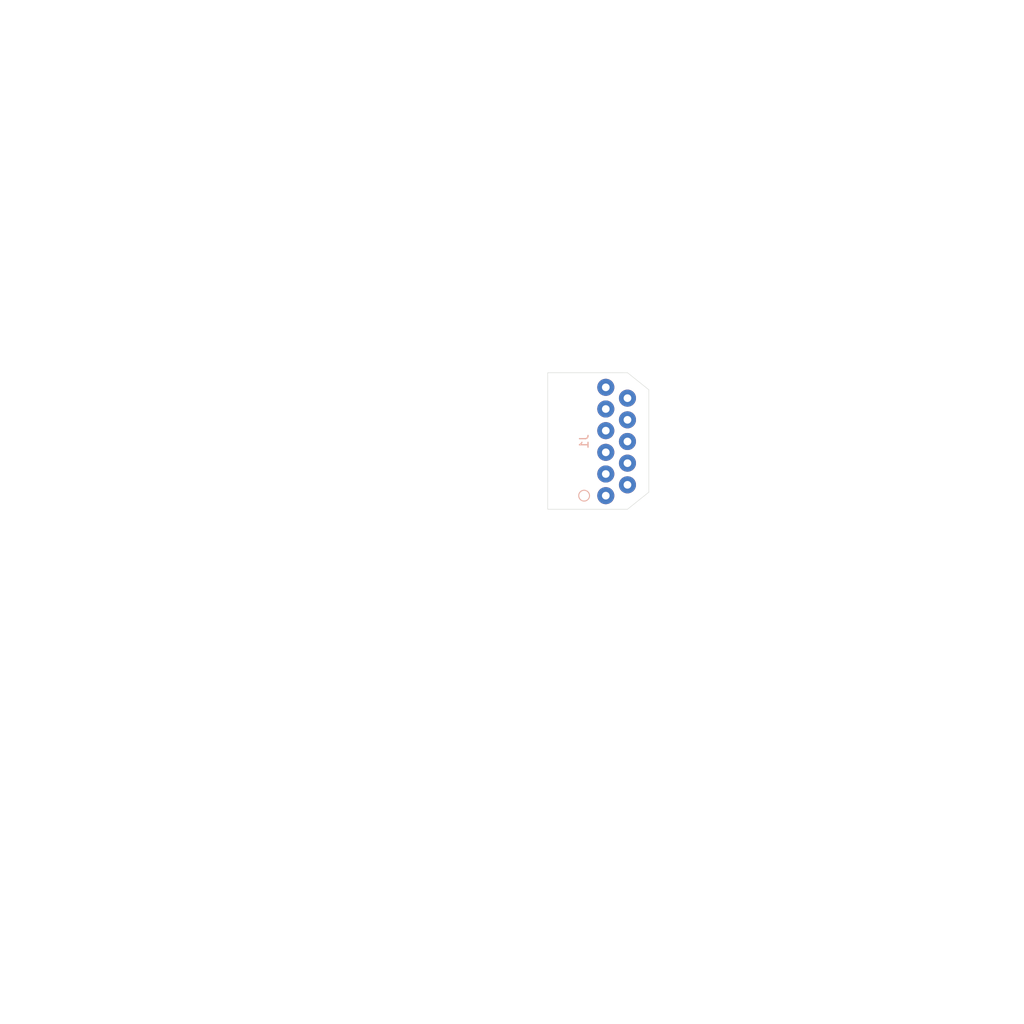
<source format=kicad_pcb>
(kicad_pcb (version 20171130) (host pcbnew "(5.1.10)-1")

  (general
    (thickness 2)
    (drawings 100)
    (tracks 0)
    (zones 0)
    (modules 1)
    (nets 1)
  )

  (page A4)
  (layers
    (0 F.Cu signal)
    (31 B.Cu signal)
    (32 B.Adhes user hide)
    (33 F.Adhes user hide)
    (34 B.Paste user hide)
    (35 F.Paste user hide)
    (36 B.SilkS user hide)
    (37 F.SilkS user hide)
    (38 B.Mask user hide)
    (39 F.Mask user hide)
    (40 Dwgs.User user)
    (41 Cmts.User user hide)
    (42 Eco1.User user hide)
    (43 Eco2.User user hide)
    (44 Edge.Cuts user)
    (45 Margin user hide)
    (46 B.CrtYd user hide)
    (47 F.CrtYd user hide)
    (48 B.Fab user hide)
    (49 F.Fab user hide)
  )

  (setup
    (last_trace_width 0.25)
    (user_trace_width 0.25)
    (user_trace_width 0.5)
    (trace_clearance 0.15)
    (zone_clearance 0.508)
    (zone_45_only no)
    (trace_min 0.1524)
    (via_size 0.8)
    (via_drill 0.35)
    (via_min_size 0.35)
    (via_min_drill 0.15)
    (uvia_size 0.25)
    (uvia_drill 0.1)
    (uvias_allowed no)
    (uvia_min_size 0.2)
    (uvia_min_drill 0.1)
    (edge_width 0.25)
    (segment_width 0.1)
    (pcb_text_width 0.2)
    (pcb_text_size 1 1)
    (mod_edge_width 0.15)
    (mod_text_size 0.5 0.5)
    (mod_text_width 0.1)
    (pad_size 1.524 1.524)
    (pad_drill 0.762)
    (pad_to_mask_clearance 0)
    (aux_axis_origin 0 0)
    (visible_elements 7FFFFFFF)
    (pcbplotparams
      (layerselection 0x010fc_ffffffff)
      (usegerberextensions false)
      (usegerberattributes true)
      (usegerberadvancedattributes true)
      (creategerberjobfile true)
      (excludeedgelayer true)
      (linewidth 0.100000)
      (plotframeref false)
      (viasonmask false)
      (mode 1)
      (useauxorigin false)
      (hpglpennumber 1)
      (hpglpenspeed 20)
      (hpglpendiameter 15.000000)
      (psnegative false)
      (psa4output false)
      (plotreference true)
      (plotvalue false)
      (plotinvisibletext false)
      (padsonsilk false)
      (subtractmaskfromsilk false)
      (outputformat 1)
      (mirror false)
      (drillshape 0)
      (scaleselection 1)
      (outputdirectory "Gerbers/"))
  )

  (net 0 "")

  (net_class Default "This is the default net class."
    (clearance 0.15)
    (trace_width 0.25)
    (via_dia 0.8)
    (via_drill 0.35)
    (uvia_dia 0.25)
    (uvia_drill 0.1)
    (add_net "Net-(J1-Pad1)")
    (add_net "Net-(J1-Pad10)")
    (add_net "Net-(J1-Pad11)")
    (add_net "Net-(J1-Pad2)")
    (add_net "Net-(J1-Pad3)")
    (add_net "Net-(J1-Pad4)")
    (add_net "Net-(J1-Pad5)")
    (add_net "Net-(J1-Pad6)")
    (add_net "Net-(J1-Pad7)")
    (add_net "Net-(J1-Pad8)")
    (add_net "Net-(J1-Pad9)")
  )

  (net_class Power ""
    (clearance 0.15)
    (trace_width 0.5)
    (via_dia 0.8)
    (via_drill 0.35)
    (uvia_dia 0.25)
    (uvia_drill 0.1)
  )

  (module Pixels-dice:ICP-POGO-11-SUPPORT (layer B.Cu) (tedit 61C50701) (tstamp 61C4FA91)
    (at 111.99 109.89 90)
    (path /6142CC59)
    (fp_text reference J1 (at 0 -3.81 90) (layer B.SilkS)
      (effects (font (size 1 1) (thickness 0.15)) (justify mirror))
    )
    (fp_text value Conn_01x11 (at 0 3.81 90) (layer B.Fab)
      (effects (font (size 1 1) (thickness 0.15)) (justify mirror))
    )
    (fp_circle (center -6.35 -3.81) (end -5.715 -3.81) (layer B.SilkS) (width 0.12))
    (pad 11 thru_hole circle (at 6.35 -1.27 90) (size 2 2) (drill 0.9) (layers *.Cu *.Mask))
    (pad 10 thru_hole circle (at 5.08 1.27 90) (size 2 2) (drill 0.9) (layers *.Cu *.Mask))
    (pad 9 thru_hole circle (at 3.81 -1.27 90) (size 2 2) (drill 0.9) (layers *.Cu *.Mask))
    (pad 8 thru_hole circle (at 2.54 1.27 90) (size 2 2) (drill 0.9) (layers *.Cu *.Mask))
    (pad 7 thru_hole circle (at 1.27 -1.27 90) (size 2 2) (drill 0.9) (layers *.Cu *.Mask))
    (pad 6 thru_hole circle (at 0 1.27 90) (size 2 2) (drill 0.9) (layers *.Cu *.Mask))
    (pad 5 thru_hole circle (at -1.27 -1.27 90) (size 2 2) (drill 0.9) (layers *.Cu *.Mask))
    (pad 4 thru_hole circle (at -2.54 1.27 90) (size 2 2) (drill 0.9) (layers *.Cu *.Mask))
    (pad 3 thru_hole circle (at -3.81 -1.27 90) (size 2 2) (drill 0.9) (layers *.Cu *.Mask))
    (pad 2 thru_hole circle (at -5.08 1.27 90) (size 2 2) (drill 0.9) (layers *.Cu *.Mask))
    (pad 1 thru_hole circle (at -6.35 -1.27 90) (size 2 2) (drill 0.9) (layers *.Cu *.Mask))
  )

  (gr_line (start 115.768272 103.829594) (end 115.768273 115.829592) (layer Edge.Cuts) (width 0.05))
  (gr_line (start 103.916415 101.830647) (end 111.505161 101.830647) (layer Edge.Cuts) (width 0.05))
  (gr_line (start 103.916415 117.829592) (end 103.916415 101.830647) (layer Edge.Cuts) (width 0.05))
  (gr_line (start 113.268271 101.829595) (end 115.768272 103.829594) (layer Edge.Cuts) (width 0.05))
  (gr_line (start 115.768273 115.829592) (end 113.268271 117.829592) (layer Edge.Cuts) (width 0.05))
  (gr_line (start 111.505161 101.830647) (end 113.268271 101.829595) (layer Edge.Cuts) (width 0.05))
  (gr_line (start 108.445062 117.829592) (end 103.916415 117.829592) (layer Edge.Cuts) (width 0.05))
  (gr_line (start 113.268271 117.829592) (end 108.445062 117.829592) (layer Edge.Cuts) (width 0.05))
  (gr_line (start 139.449644 115.637152) (end 138.50624 115.637153) (layer Dwgs.User) (width 0.05))
  (gr_line (start 125.94964 115.637151) (end 125.006243 115.63715) (layer Dwgs.User) (width 0.05))
  (gr_line (start 109.21794 101.316781) (end 109.217939 118.316775) (layer Dwgs.User) (width 0.05))
  (gr_circle (center 125.477938 101.937152) (end 123.227943 101.937155) (layer Dwgs.User) (width 0.05))
  (gr_line (start 138.506243 120.037154) (end 139.449638 120.037152) (layer Dwgs.User) (width 0.05))
  (gr_arc (start 138.977941 101.937154) (end 139.449646 104.137152) (angle -155.7970159) (layer Dwgs.User) (width 0.05))
  (gr_line (start 111.441607 101.316778) (end 109.21794 101.316781) (layer Dwgs.User) (width 0.05))
  (gr_line (start 104.730003 176.160003) (end 69.73 176.159999) (layer Dwgs.User) (width 0.05))
  (gr_line (start 41.730001 110.16) (end 79.730002 110.160004) (layer Dwgs.User) (width 0.05))
  (gr_line (start 111.441603 118.316775) (end 111.4416 123.816776) (layer Dwgs.User) (width 0.05))
  (gr_line (start 69.73 176.159999) (end 51.729999 158.160002) (layer Dwgs.User) (width 0.05))
  (gr_line (start 51.729999 158.160002) (end 41.729995 158.16) (layer Dwgs.User) (width 0.05))
  (gr_line (start 139.449641 99.737155) (end 138.506238 99.737151) (layer Dwgs.User) (width 0.05))
  (gr_line (start 138.506244 104.137151) (end 139.449646 104.137152) (layer Dwgs.User) (width 0.05))
  (gr_arc (start 125.477942 117.837153) (end 125.006243 115.63715) (angle -155.7970159) (layer Dwgs.User) (width 0.05))
  (gr_line (start 79.730002 110.160004) (end 94.163757 85.159995) (layer Dwgs.User) (width 0.05))
  (gr_arc (start 138.977943 117.83715) (end 138.50624 115.637153) (angle -155.7970159) (layer Dwgs.User) (width 0.05))
  (gr_line (start 41.729995 158.16) (end 41.730001 110.16) (layer Dwgs.User) (width 0.05))
  (gr_arc (start 138.977941 101.937154) (end 138.506238 99.737151) (angle -155.7970159) (layer Dwgs.User) (width 0.05))
  (gr_line (start 109.217939 118.316775) (end 111.441603 118.316775) (layer Dwgs.User) (width 0.05))
  (gr_arc (start 138.977943 117.83715) (end 139.449638 120.037152) (angle -155.7970159) (layer Dwgs.User) (width 0.05))
  (gr_line (start 111.441607 85.159995) (end 111.441607 101.316778) (layer Dwgs.User) (width 0.05))
  (gr_line (start 94.163757 85.159995) (end 111.441607 85.159995) (layer Dwgs.User) (width 0.05))
  (gr_circle (center 125.477938 101.937152) (end 123.227943 101.937155) (layer Dwgs.User) (width 0.05))
  (gr_arc (start 125.477942 117.837153) (end 125.949641 120.037152) (angle -155.7970159) (layer Dwgs.User) (width 0.05))
  (gr_arc (start 138.977941 101.937154) (end 139.449646 104.137152) (angle -155.7970159) (layer Dwgs.User) (width 0.05))
  (gr_circle (center 74.73 118.159999) (end 72.979998 118.160001) (layer Dwgs.User) (width 0.05))
  (gr_line (start 159.729998 58.160001) (end 159.730001 178.159997) (layer Dwgs.User) (width 0.05))
  (gr_circle (center 99.729998 168.159999) (end 97.980001 168.159998) (layer Dwgs.User) (width 0.05))
  (gr_arc (start 125.477942 117.837153) (end 125.006243 115.63715) (angle -155.7970159) (layer Dwgs.User) (width 0.05))
  (gr_line (start 159.730001 178.159997) (end 39.73 178.160001) (layer Dwgs.User) (width 0.05))
  (gr_arc (start 138.977943 117.83715) (end 139.449638 120.037152) (angle -155.7970159) (layer Dwgs.User) (width 0.05))
  (gr_line (start 139.449644 115.637152) (end 138.50624 115.637153) (layer Dwgs.User) (width 0.05))
  (gr_line (start 127.125894 153.764106) (end 104.730003 176.160003) (layer Dwgs.User) (width 0.05))
  (gr_line (start 39.73 178.160001) (end 39.73 58.16) (layer Dwgs.User) (width 0.05))
  (gr_line (start 138.506243 120.037154) (end 139.449638 120.037152) (layer Dwgs.User) (width 0.05))
  (gr_line (start 125.006246 120.037152) (end 125.949641 120.037152) (layer Dwgs.User) (width 0.05))
  (gr_arc (start 138.977943 117.83715) (end 138.50624 115.637153) (angle -155.7970159) (layer Dwgs.User) (width 0.05))
  (gr_line (start 125.94964 115.637151) (end 125.006243 115.63715) (layer Dwgs.User) (width 0.05))
  (gr_line (start 138.506244 104.137151) (end 139.449646 104.137152) (layer Dwgs.User) (width 0.05))
  (gr_line (start 127.125888 123.816775) (end 127.125894 153.764106) (layer Dwgs.User) (width 0.05))
  (gr_line (start 111.4416 123.816776) (end 127.125888 123.816775) (layer Dwgs.User) (width 0.05))
  (gr_circle (center 49.73 118.159999) (end 47.980003 118.159998) (layer Dwgs.User) (width 0.05))
  (gr_circle (center 99.729999 93.16) (end 97.98 93.159998) (layer Dwgs.User) (width 0.05))
  (gr_circle (center 74.73 168.159999) (end 72.979998 168.159999) (layer Dwgs.User) (width 0.05))
  (gr_circle (center 110.71794 106.077185) (end 110.217942 106.077178) (layer Dwgs.User) (width 0.05))
  (gr_circle (center 113.257941 107.34718) (end 112.757943 107.347186) (layer Dwgs.User) (width 0.05))
  (gr_circle (center 116.327941 99.316777) (end 114.577944 99.316776) (layer Dwgs.User) (width 0.05))
  (gr_circle (center 113.257943 112.427187) (end 112.757939 112.427183) (layer Dwgs.User) (width 0.05))
  (gr_circle (center 110.717941 113.697181) (end 110.217943 113.697182) (layer Dwgs.User) (width 0.05))
  (gr_line (start 120.327944 123.316776) (end 120.327943 96.316778) (layer Dwgs.User) (width 0.05))
  (gr_line (start 120.327943 96.316778) (end 151.941604 96.316777) (layer Dwgs.User) (width 0.05))
  (gr_line (start 151.941605 123.316781) (end 120.327944 123.316776) (layer Dwgs.User) (width 0.05))
  (gr_line (start 125.006246 120.037152) (end 125.949641 120.037152) (layer Dwgs.User) (width 0.05))
  (gr_circle (center 116.327944 120.316772) (end 114.577944 120.316771) (layer Dwgs.User) (width 0.05))
  (gr_circle (center 110.717942 108.617177) (end 110.217941 108.617184) (layer Dwgs.User) (width 0.05))
  (gr_line (start 151.941604 96.316777) (end 151.941605 123.316781) (layer Dwgs.User) (width 0.05))
  (gr_line (start 120.327944 123.316776) (end 111.941603 123.316772) (layer Dwgs.User) (width 0.05))
  (gr_circle (center 110.717945 116.23718) (end 110.217942 116.237184) (layer Dwgs.User) (width 0.05))
  (gr_circle (center 110.717941 103.537185) (end 110.217942 103.537183) (layer Dwgs.User) (width 0.05))
  (gr_line (start 111.941606 96.316776) (end 120.327943 96.316778) (layer Dwgs.User) (width 0.05))
  (gr_arc (start 125.477942 117.837153) (end 125.949641 120.037152) (angle -155.7970159) (layer Dwgs.User) (width 0.05))
  (gr_line (start 111.941606 101.316778) (end 111.941606 96.316776) (layer Dwgs.User) (width 0.05))
  (gr_circle (center 110.717941 111.157184) (end 110.217943 111.157186) (layer Dwgs.User) (width 0.05))
  (gr_circle (center 113.257948 114.967182) (end 112.757941 114.967182) (layer Dwgs.User) (width 0.05))
  (gr_line (start 111.941607 118.316772) (end 113.441606 118.316772) (layer Dwgs.User) (width 0.05))
  (gr_circle (center 113.25794 104.807187) (end 112.757942 104.807183) (layer Dwgs.User) (width 0.05))
  (gr_line (start 116.266218 116.057087) (end 116.266217 103.576461) (layer Dwgs.User) (width 0.05))
  (gr_circle (center 113.257939 109.887183) (end 112.757943 109.887178) (layer Dwgs.User) (width 0.05))
  (gr_line (start 113.441604 101.316775) (end 111.941606 101.316778) (layer Dwgs.User) (width 0.05))
  (gr_line (start 113.441606 118.316772) (end 116.266218 116.057087) (layer Dwgs.User) (width 0.05))
  (gr_line (start 120.327943 96.316778) (end 120.327944 123.316776) (layer Dwgs.User) (width 0.05))
  (gr_line (start 111.941603 123.316772) (end 111.941607 118.316772) (layer Dwgs.User) (width 0.05))
  (gr_line (start 116.266217 103.576461) (end 113.441604 101.316775) (layer Dwgs.User) (width 0.05))
  (gr_circle (center 99.73 118.159999) (end 97.98 118.159993) (layer Dwgs.User) (width 0.05))
  (gr_arc (start 138.977941 101.937154) (end 138.506238 99.737151) (angle -155.7970159) (layer Dwgs.User) (width 0.05))
  (gr_circle (center 99.730004 143.159999) (end 97.979998 143.159999) (layer Dwgs.User) (width 0.05))
  (gr_circle (center 49.73 118.159999) (end 47.980003 118.159998) (layer Dwgs.User) (width 0.05))
  (gr_line (start 139.449641 99.737155) (end 138.506238 99.737151) (layer Dwgs.User) (width 0.05))
  (gr_circle (center 116.327944 120.316772) (end 114.577944 120.316771) (layer Dwgs.User) (width 0.05))
  (gr_circle (center 99.729998 168.159999) (end 97.980001 168.159998) (layer Dwgs.User) (width 0.05))
  (gr_circle (center 124.730001 168.159997) (end 122.979998 168.159998) (layer Dwgs.User) (width 0.05))
  (gr_circle (center 74.73 118.159999) (end 72.979998 118.160001) (layer Dwgs.User) (width 0.05))
  (gr_circle (center 74.73 168.159999) (end 72.979998 168.159999) (layer Dwgs.User) (width 0.05))
  (gr_circle (center 99.729999 93.16) (end 97.98 93.159998) (layer Dwgs.User) (width 0.05))
  (gr_circle (center 124.73 143.159997) (end 122.980001 143.159997) (layer Dwgs.User) (width 0.05))
  (gr_circle (center 49.730002 143.159994) (end 47.980001 143.160002) (layer Dwgs.User) (width 0.05))
  (gr_circle (center 49.730001 93.16) (end 47.98 93.160002) (layer Dwgs.User) (width 0.05))
  (gr_circle (center 116.327941 99.316777) (end 114.577944 99.316776) (layer Dwgs.User) (width 0.05))
  (gr_circle (center 74.730001 143.160001) (end 72.980002 143.16) (layer Dwgs.User) (width 0.05))
  (gr_circle (center 149.729999 143.159999) (end 147.979999 143.160003) (layer Dwgs.User) (width 0.05))
  (gr_circle (center 74.73 93.16) (end 72.980001 93.160002) (layer Dwgs.User) (width 0.05))

)

</source>
